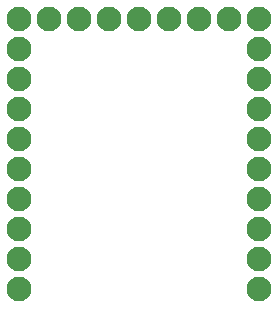
<source format=gbr>
G04 #@! TF.FileFunction,Copper,L2,Bot,Signal*
%FSLAX46Y46*%
G04 Gerber Fmt 4.6, Leading zero omitted, Abs format (unit mm)*
G04 Created by KiCad (PCBNEW 4.0.6) date 09/06/17 16:42:01*
%MOMM*%
%LPD*%
G01*
G04 APERTURE LIST*
%ADD10C,0.100000*%
%ADD11C,2.100000*%
G04 APERTURE END LIST*
D10*
D11*
X159770000Y-76100000D03*
X159770000Y-78640000D03*
X159770000Y-81180000D03*
X159770000Y-83720000D03*
X159770000Y-86260000D03*
X159770000Y-88800000D03*
X159770000Y-91340000D03*
X159770000Y-93880000D03*
X159770000Y-96420000D03*
X159770000Y-73560000D03*
X157230000Y-73560000D03*
X154690000Y-73560000D03*
X152150000Y-73560000D03*
X149610000Y-73560000D03*
X147070000Y-73560000D03*
X144530000Y-73560000D03*
X141990000Y-73560000D03*
X139450000Y-73560000D03*
X139450000Y-76100000D03*
X139450000Y-78640000D03*
X139450000Y-81180000D03*
X139450000Y-83720000D03*
X139450000Y-86260000D03*
X139450000Y-88800000D03*
X139450000Y-91340000D03*
X139450000Y-93880000D03*
X139450000Y-96420000D03*
M02*

</source>
